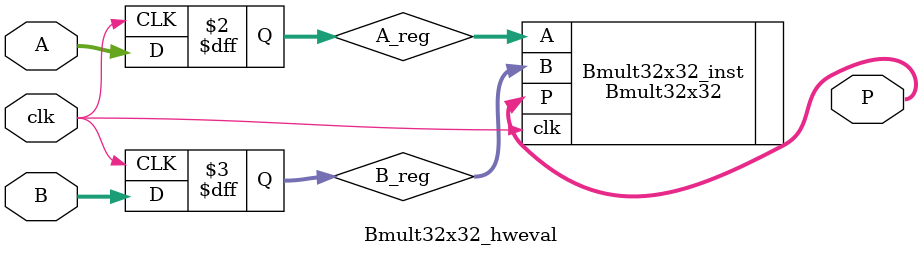
<source format=sv>
`timescale 1ns / 1ps

module Bmult32x32_hweval (
    input  logic          clk,
    input  logic [31 : 0] A,
    input  logic [31 : 0] B,
    output logic [63 : 0] P
    );

    logic [31 : 0] A_reg;
    logic [31 : 0] B_reg;

    always_ff @(posedge clk) begin
        A_reg <= A;
        B_reg <= B;
    end

    Bmult32x32 Bmult32x32_inst (
        .clk(clk  ),
        .A  (A_reg),
        .B  (B_reg),
        .P  (P    ));

endmodule
</source>
